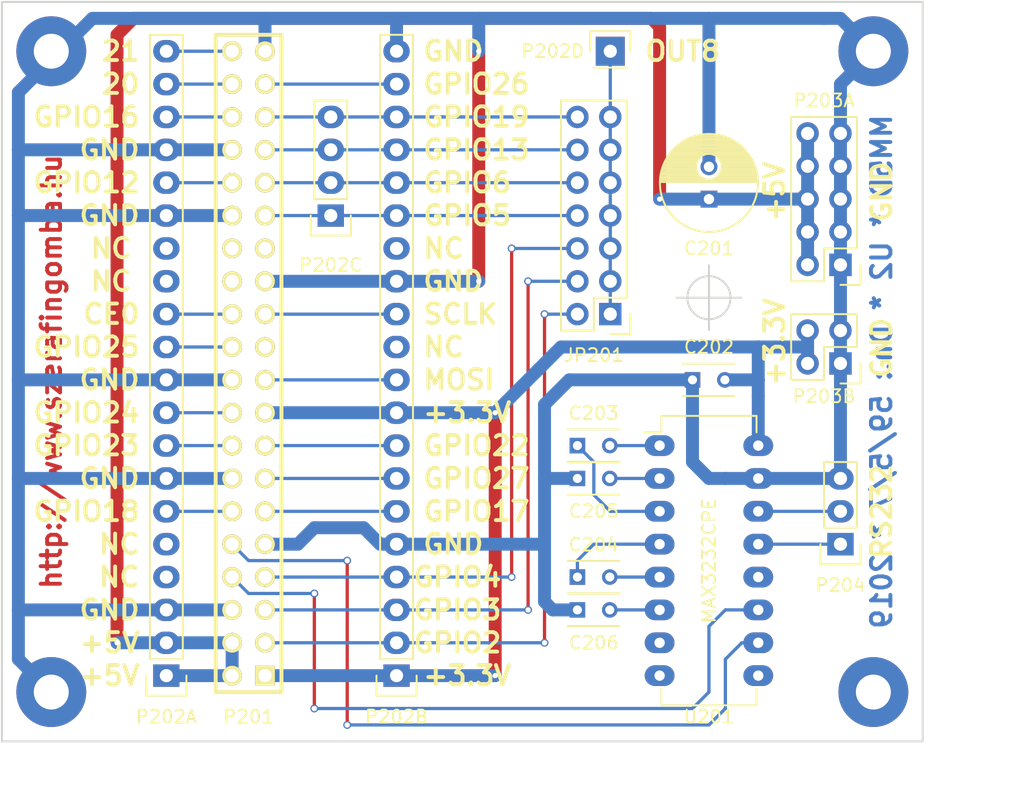
<source format=kicad_pcb>
(kicad_pcb (version 4) (host pcbnew 4.0.5+dfsg1-4)

  (general
    (links 0)
    (no_connects 0)
    (area 92.082857 63.16 183.109999 134.78)
    (thickness 1.6)
    (drawings 55)
    (tracks 175)
    (zones 0)
    (modules 20)
    (nets 1)
  )

  (page A4)
  (title_block
    (title "MM5D Growing house controlling and remote monitoring equip.")
    (date 2019-09-19)
    (rev 190919)
    (company "Pozsar Zsolt - http://www.szerafingomba.hu")
    (comment 1 "Unit U2")
    (comment 4 "Draw no.: 59/5/7")
  )

  (layers
    (0 F.Cu signal)
    (31 B.Cu signal)
    (32 B.Adhes user)
    (33 F.Adhes user)
    (34 B.Paste user)
    (35 F.Paste user)
    (36 B.SilkS user)
    (37 F.SilkS user)
    (38 B.Mask user)
    (39 F.Mask user)
    (40 Dwgs.User user)
    (41 Cmts.User user)
    (42 Eco1.User user)
    (43 Eco2.User user)
    (44 Edge.Cuts user)
    (45 Margin user)
    (46 B.CrtYd user)
    (47 F.CrtYd user)
    (48 B.Fab user)
    (49 F.Fab user)
  )

  (setup
    (last_trace_width 0.25)
    (user_trace_width 1)
    (trace_clearance 0.2)
    (zone_clearance 0.508)
    (zone_45_only no)
    (trace_min 0.2)
    (segment_width 0.2)
    (edge_width 0.15)
    (via_size 0.6)
    (via_drill 0.4)
    (via_min_size 0.4)
    (via_min_drill 0.3)
    (uvia_size 0.3)
    (uvia_drill 0.1)
    (uvias_allowed no)
    (uvia_min_size 0.2)
    (uvia_min_drill 0.1)
    (pcb_text_width 0.3)
    (pcb_text_size 1.5 1.5)
    (mod_edge_width 0.15)
    (mod_text_size 1 1)
    (mod_text_width 0.15)
    (pad_size 2.54 2.54)
    (pad_drill 0.8)
    (pad_to_mask_clearance 0.2)
    (aux_axis_origin 0 0)
    (visible_elements 7FFEFF7F)
    (pcbplotparams
      (layerselection 0x010e0_80000001)
      (usegerberextensions false)
      (excludeedgelayer false)
      (linewidth 0.150000)
      (plotframeref false)
      (viasonmask false)
      (mode 1)
      (useauxorigin false)
      (hpglpennumber 1)
      (hpglpenspeed 20)
      (hpglpendiameter 15)
      (hpglpenoverlay 2)
      (psnegative false)
      (psa4output false)
      (plotreference true)
      (plotvalue true)
      (plotinvisibletext false)
      (padsonsilk false)
      (subtractmaskfromsilk false)
      (outputformat 1)
      (mirror false)
      (drillshape 0)
      (scaleselection 1)
      (outputdirectory ""))
  )

  (net 0 "")

  (net_class Default "This is the default net class."
    (clearance 0.2)
    (trace_width 0.25)
    (via_dia 0.6)
    (via_drill 0.4)
    (uvia_dia 0.3)
    (uvia_drill 0.1)
  )

  (module Mounting_Holes:MountingHole_2.7mm_M2.5_Pad (layer F.Cu) (tedit 5D986516) (tstamp 5D95109B)
    (at 167.64 74.93)
    (descr "Mounting Hole 2.7mm, M2.5")
    (tags "mounting hole 2.7mm m2.5")
    (fp_text reference REF** (at 0 -6.35) (layer F.SilkS) hide
      (effects (font (size 1 1) (thickness 0.15)))
    )
    (fp_text value MountingHole_2.7mm_M2.5_Pad (at 0 -8.89) (layer F.Fab) hide
      (effects (font (size 1 1) (thickness 0.15)))
    )
    (fp_circle (center 0 0) (end 2.7 0) (layer Cmts.User) (width 0.15))
    (fp_circle (center 0 0) (end 2.95 0) (layer F.CrtYd) (width 0.05))
    (pad 1 thru_hole circle (at 0 0) (size 5.4 5.4) (drill 2.7) (layers *.Cu *.Mask))
  )

  (module Mounting_Holes:MountingHole_2.7mm_M2.5_Pad (layer F.Cu) (tedit 5D9864FF) (tstamp 5D951091)
    (at 104.14 74.93)
    (descr "Mounting Hole 2.7mm, M2.5")
    (tags "mounting hole 2.7mm m2.5")
    (fp_text reference REF** (at 0 -6.35) (layer F.SilkS) hide
      (effects (font (size 1 1) (thickness 0.15)))
    )
    (fp_text value MountingHole_2.7mm_M2.5_Pad (at 0 -8.89) (layer F.Fab) hide
      (effects (font (size 1 1) (thickness 0.15)))
    )
    (fp_circle (center 0 0) (end 2.7 0) (layer Cmts.User) (width 0.15))
    (fp_circle (center 0 0) (end 2.95 0) (layer F.CrtYd) (width 0.05))
    (pad 1 thru_hole circle (at 0 0) (size 5.4 5.4) (drill 2.7) (layers *.Cu *.Mask))
  )

  (module Mounting_Holes:MountingHole_2.7mm_M2.5_Pad (layer F.Cu) (tedit 5D98654C) (tstamp 5D9510AB)
    (at 167.64 124.46)
    (descr "Mounting Hole 2.7mm, M2.5")
    (tags "mounting hole 2.7mm m2.5")
    (fp_text reference REF** (at 0 5.715) (layer F.SilkS) hide
      (effects (font (size 1 1) (thickness 0.15)))
    )
    (fp_text value MountingHole_2.7mm_M2.5_Pad (at 0 8.255) (layer F.Fab) hide
      (effects (font (size 1 1) (thickness 0.15)))
    )
    (fp_circle (center 0 0) (end 2.7 0) (layer Cmts.User) (width 0.15))
    (fp_circle (center 0 0) (end 2.95 0) (layer F.CrtYd) (width 0.05))
    (pad 1 thru_hole circle (at 0 0) (size 5.4 5.4) (drill 2.7) (layers *.Cu *.Mask))
  )

  (module Mounting_Holes:MountingHole_2.7mm_M2.5_Pad (layer F.Cu) (tedit 5D98949B) (tstamp 5D9510B8)
    (at 104.14 124.46)
    (descr "Mounting Hole 2.7mm, M2.5")
    (tags "mounting hole 2.7mm m2.5")
    (fp_text reference REF** (at 0 5.715) (layer F.SilkS) hide
      (effects (font (size 1 1) (thickness 0.15)))
    )
    (fp_text value MountingHole_2.7mm_M2.5_Pad (at 0.635 8.255) (layer F.Fab) hide
      (effects (font (size 1 1) (thickness 0.15)))
    )
    (fp_circle (center 0 0) (end 2.7 0) (layer Cmts.User) (width 0.15))
    (fp_circle (center 0 0) (end 2.95 0) (layer F.CrtYd) (width 0.05))
    (pad 1 thru_hole circle (at 0 0) (size 5.4 5.4) (drill 2.7) (layers *.Cu *.Mask))
  )

  (module Connectors:conn2X20 (layer F.Cu) (tedit 5D989498) (tstamp 5D953809)
    (at 119.38 99.06 90)
    (descr "Double rangee de contacts 2 x 12 pins")
    (tags CONN)
    (fp_text reference P201 (at -27.305 0 180) (layer F.SilkS)
      (effects (font (size 1.016 1.016) (thickness 0.15)))
    )
    (fp_text value PIN_ARRAY_20X2 (at -33.655 15.24 180) (layer F.SilkS) hide
      (effects (font (size 1.016 1.016) (thickness 0.2032)))
    )
    (fp_line (start 25.4 2.54) (end -25.4 2.54) (layer F.SilkS) (width 0.3048))
    (fp_line (start 25.4 -2.54) (end -25.4 -2.54) (layer F.SilkS) (width 0.3048))
    (fp_line (start 25.4 -2.54) (end 25.4 2.54) (layer F.SilkS) (width 0.3048))
    (fp_line (start -25.4 -2.54) (end -25.4 2.54) (layer F.SilkS) (width 0.3048))
    (pad 1 thru_hole rect (at -24.13 1.27 90) (size 1.524 1.524) (drill 1.016) (layers *.Cu *.Mask F.SilkS))
    (pad 2 thru_hole circle (at -24.13 -1.27 90) (size 1.524 1.524) (drill 1.016) (layers *.Cu *.Mask F.SilkS))
    (pad 11 thru_hole circle (at -11.43 1.27 90) (size 1.524 1.524) (drill 1.016) (layers *.Cu *.Mask F.SilkS))
    (pad 4 thru_hole circle (at -21.59 -1.27 90) (size 1.524 1.524) (drill 1.016) (layers *.Cu *.Mask F.SilkS))
    (pad 13 thru_hole circle (at -8.89 1.27 90) (size 1.524 1.524) (drill 1.016) (layers *.Cu *.Mask F.SilkS))
    (pad 6 thru_hole circle (at -19.05 -1.27 90) (size 1.524 1.524) (drill 1.016) (layers *.Cu *.Mask F.SilkS))
    (pad 15 thru_hole circle (at -6.35 1.27 90) (size 1.524 1.524) (drill 1.016) (layers *.Cu *.Mask F.SilkS))
    (pad 8 thru_hole circle (at -16.51 -1.27 90) (size 1.524 1.524) (drill 1.016) (layers *.Cu *.Mask F.SilkS))
    (pad 17 thru_hole circle (at -3.81 1.27 90) (size 1.524 1.524) (drill 1.016) (layers *.Cu *.Mask F.SilkS))
    (pad 10 thru_hole circle (at -13.97 -1.27 90) (size 1.524 1.524) (drill 1.016) (layers *.Cu *.Mask F.SilkS))
    (pad 19 thru_hole circle (at -1.27 1.27 90) (size 1.524 1.524) (drill 1.016) (layers *.Cu *.Mask F.SilkS))
    (pad 12 thru_hole circle (at -11.43 -1.27 90) (size 1.524 1.524) (drill 1.016) (layers *.Cu *.Mask F.SilkS))
    (pad 21 thru_hole circle (at 1.27 1.27 90) (size 1.524 1.524) (drill 1.016) (layers *.Cu *.Mask F.SilkS))
    (pad 14 thru_hole circle (at -8.89 -1.27 90) (size 1.524 1.524) (drill 1.016) (layers *.Cu *.Mask F.SilkS))
    (pad 23 thru_hole circle (at 3.81 1.27 90) (size 1.524 1.524) (drill 1.016) (layers *.Cu *.Mask F.SilkS))
    (pad 16 thru_hole circle (at -6.35 -1.27 90) (size 1.524 1.524) (drill 1.016) (layers *.Cu *.Mask F.SilkS))
    (pad 25 thru_hole circle (at 6.35 1.27 90) (size 1.524 1.524) (drill 1.016) (layers *.Cu *.Mask F.SilkS))
    (pad 18 thru_hole circle (at -3.81 -1.27 90) (size 1.524 1.524) (drill 1.016) (layers *.Cu *.Mask F.SilkS))
    (pad 27 thru_hole circle (at 8.89 1.27 90) (size 1.524 1.524) (drill 1.016) (layers *.Cu *.Mask F.SilkS))
    (pad 20 thru_hole circle (at -1.27 -1.27 90) (size 1.524 1.524) (drill 1.016) (layers *.Cu *.Mask F.SilkS))
    (pad 29 thru_hole circle (at 11.43 1.27 90) (size 1.524 1.524) (drill 1.016) (layers *.Cu *.Mask F.SilkS))
    (pad 22 thru_hole circle (at 1.27 -1.27 90) (size 1.524 1.524) (drill 1.016) (layers *.Cu *.Mask F.SilkS))
    (pad 31 thru_hole circle (at 13.97 1.27 90) (size 1.524 1.524) (drill 1.016) (layers *.Cu *.Mask F.SilkS))
    (pad 24 thru_hole circle (at 3.81 -1.27 90) (size 1.524 1.524) (drill 1.016) (layers *.Cu *.Mask F.SilkS))
    (pad 26 thru_hole circle (at 6.35 -1.27 90) (size 1.524 1.524) (drill 1.016) (layers *.Cu *.Mask F.SilkS))
    (pad 33 thru_hole circle (at 16.51 1.27 90) (size 1.524 1.524) (drill 1.016) (layers *.Cu *.Mask F.SilkS))
    (pad 28 thru_hole circle (at 8.89 -1.27 90) (size 1.524 1.524) (drill 1.016) (layers *.Cu *.Mask F.SilkS))
    (pad 32 thru_hole circle (at 13.97 -1.27 90) (size 1.524 1.524) (drill 1.016) (layers *.Cu *.Mask F.SilkS))
    (pad 34 thru_hole circle (at 16.51 -1.27 90) (size 1.524 1.524) (drill 1.016) (layers *.Cu *.Mask F.SilkS))
    (pad 36 thru_hole circle (at 19.05 -1.27 90) (size 1.524 1.524) (drill 1.016) (layers *.Cu *.Mask F.SilkS))
    (pad 38 thru_hole circle (at 21.59 -1.27 90) (size 1.524 1.524) (drill 1.016) (layers *.Cu *.Mask F.SilkS))
    (pad 35 thru_hole circle (at 19.05 1.27 90) (size 1.524 1.524) (drill 1.016) (layers *.Cu *.Mask F.SilkS))
    (pad 37 thru_hole circle (at 21.59 1.27 90) (size 1.524 1.524) (drill 1.016) (layers *.Cu *.Mask F.SilkS))
    (pad 3 thru_hole circle (at -21.59 1.27 90) (size 1.524 1.524) (drill 1.016) (layers *.Cu *.Mask F.SilkS))
    (pad 5 thru_hole circle (at -19.05 1.27 90) (size 1.524 1.524) (drill 1.016) (layers *.Cu *.Mask F.SilkS))
    (pad 7 thru_hole circle (at -16.51 1.27 90) (size 1.524 1.524) (drill 1.016) (layers *.Cu *.Mask F.SilkS))
    (pad 9 thru_hole circle (at -13.97 1.27 90) (size 1.524 1.524) (drill 1.016) (layers *.Cu *.Mask F.SilkS))
    (pad 39 thru_hole circle (at 24.13 1.27 90) (size 1.524 1.524) (drill 1.016) (layers *.Cu *.Mask F.SilkS))
    (pad 40 thru_hole circle (at 24.13 -1.27 90) (size 1.524 1.524) (drill 1.016) (layers *.Cu *.Mask F.SilkS))
    (pad 30 thru_hole circle (at 11.43 -1.27 90) (size 1.524 1.524) (drill 1.016) (layers *.Cu *.Mask F.SilkS))
    (model pin_array/pins_array_20x2.wrl
      (at (xyz 0 0 0))
      (scale (xyz 1 1 1))
      (rotate (xyz 0 0 0))
    )
  )

  (module Pin_Headers:Pin_Header_Straight_1x20 (layer F.Cu) (tedit 5D98949C) (tstamp 5D95BCC8)
    (at 113.03 123.19 180)
    (descr "Through hole pin header")
    (tags "pin header")
    (fp_text reference P202A (at 0 -3.175 180) (layer F.SilkS)
      (effects (font (size 1 1) (thickness 0.15)))
    )
    (fp_text value Pin_Header_Straight_1x20 (at -11.43 -9.525 180) (layer F.Fab) hide
      (effects (font (size 1 1) (thickness 0.15)))
    )
    (fp_line (start -1.75 -1.75) (end -1.75 50.05) (layer F.CrtYd) (width 0.05))
    (fp_line (start 1.75 -1.75) (end 1.75 50.05) (layer F.CrtYd) (width 0.05))
    (fp_line (start -1.75 -1.75) (end 1.75 -1.75) (layer F.CrtYd) (width 0.05))
    (fp_line (start -1.75 50.05) (end 1.75 50.05) (layer F.CrtYd) (width 0.05))
    (fp_line (start 1.27 1.27) (end 1.27 49.53) (layer F.SilkS) (width 0.15))
    (fp_line (start 1.27 49.53) (end -1.27 49.53) (layer F.SilkS) (width 0.15))
    (fp_line (start -1.27 49.53) (end -1.27 1.27) (layer F.SilkS) (width 0.15))
    (fp_line (start 1.55 -1.55) (end 1.55 0) (layer F.SilkS) (width 0.15))
    (fp_line (start 1.27 1.27) (end -1.27 1.27) (layer F.SilkS) (width 0.15))
    (fp_line (start -1.55 0) (end -1.55 -1.55) (layer F.SilkS) (width 0.15))
    (fp_line (start -1.55 -1.55) (end 1.55 -1.55) (layer F.SilkS) (width 0.15))
    (pad 1 thru_hole rect (at 0 0 180) (size 2.032 1.7272) (drill 1.016) (layers *.Cu *.Mask))
    (pad 2 thru_hole oval (at 0 2.54 180) (size 2.032 1.7272) (drill 1.016) (layers *.Cu *.Mask))
    (pad 3 thru_hole oval (at 0 5.08 180) (size 2.032 1.7272) (drill 1.016) (layers *.Cu *.Mask))
    (pad 4 thru_hole oval (at 0 7.62 180) (size 2.032 1.7272) (drill 1.016) (layers *.Cu *.Mask))
    (pad 5 thru_hole oval (at 0 10.16 180) (size 2.032 1.7272) (drill 1.016) (layers *.Cu *.Mask))
    (pad 6 thru_hole oval (at 0 12.7 180) (size 2.032 1.7272) (drill 1.016) (layers *.Cu *.Mask))
    (pad 7 thru_hole oval (at 0 15.24 180) (size 2.032 1.7272) (drill 1.016) (layers *.Cu *.Mask))
    (pad 8 thru_hole oval (at 0 17.78 180) (size 2.032 1.7272) (drill 1.016) (layers *.Cu *.Mask))
    (pad 9 thru_hole oval (at 0 20.32 180) (size 2.032 1.7272) (drill 1.016) (layers *.Cu *.Mask))
    (pad 10 thru_hole oval (at 0 22.86 180) (size 2.032 1.7272) (drill 1.016) (layers *.Cu *.Mask))
    (pad 11 thru_hole oval (at 0 25.4 180) (size 2.032 1.7272) (drill 1.016) (layers *.Cu *.Mask))
    (pad 12 thru_hole oval (at 0 27.94 180) (size 2.032 1.7272) (drill 1.016) (layers *.Cu *.Mask))
    (pad 13 thru_hole oval (at 0 30.48 180) (size 2.032 1.7272) (drill 1.016) (layers *.Cu *.Mask))
    (pad 14 thru_hole oval (at 0 33.02 180) (size 2.032 1.7272) (drill 1.016) (layers *.Cu *.Mask))
    (pad 15 thru_hole oval (at 0 35.56 180) (size 2.032 1.7272) (drill 1.016) (layers *.Cu *.Mask))
    (pad 16 thru_hole oval (at 0 38.1 180) (size 2.032 1.7272) (drill 1.016) (layers *.Cu *.Mask))
    (pad 17 thru_hole oval (at 0 40.64 180) (size 2.032 1.7272) (drill 1.016) (layers *.Cu *.Mask))
    (pad 18 thru_hole oval (at 0 43.18 180) (size 2.032 1.7272) (drill 1.016) (layers *.Cu *.Mask))
    (pad 19 thru_hole oval (at 0 45.72 180) (size 2.032 1.7272) (drill 1.016) (layers *.Cu *.Mask))
    (pad 20 thru_hole oval (at 0 48.26 180) (size 2.032 1.7272) (drill 1.016) (layers *.Cu *.Mask))
    (model Pin_Headers.3dshapes/Pin_Header_Straight_1x20.wrl
      (at (xyz 0 -0.95 0))
      (scale (xyz 1 1 1))
      (rotate (xyz 0 0 90))
    )
  )

  (module Pin_Headers:Pin_Header_Straight_1x20 (layer F.Cu) (tedit 5D989497) (tstamp 5D95BD85)
    (at 130.81 123.19 180)
    (descr "Through hole pin header")
    (tags "pin header")
    (fp_text reference P202B (at 0 -3.175 180) (layer F.SilkS)
      (effects (font (size 1 1) (thickness 0.15)))
    )
    (fp_text value Pin_Header_Straight_1x20 (at -19.05 -9.525 180) (layer F.Fab) hide
      (effects (font (size 1 1) (thickness 0.15)))
    )
    (fp_line (start -1.75 -1.75) (end -1.75 50.05) (layer F.CrtYd) (width 0.05))
    (fp_line (start 1.75 -1.75) (end 1.75 50.05) (layer F.CrtYd) (width 0.05))
    (fp_line (start -1.75 -1.75) (end 1.75 -1.75) (layer F.CrtYd) (width 0.05))
    (fp_line (start -1.75 50.05) (end 1.75 50.05) (layer F.CrtYd) (width 0.05))
    (fp_line (start 1.27 1.27) (end 1.27 49.53) (layer F.SilkS) (width 0.15))
    (fp_line (start 1.27 49.53) (end -1.27 49.53) (layer F.SilkS) (width 0.15))
    (fp_line (start -1.27 49.53) (end -1.27 1.27) (layer F.SilkS) (width 0.15))
    (fp_line (start 1.55 -1.55) (end 1.55 0) (layer F.SilkS) (width 0.15))
    (fp_line (start 1.27 1.27) (end -1.27 1.27) (layer F.SilkS) (width 0.15))
    (fp_line (start -1.55 0) (end -1.55 -1.55) (layer F.SilkS) (width 0.15))
    (fp_line (start -1.55 -1.55) (end 1.55 -1.55) (layer F.SilkS) (width 0.15))
    (pad 1 thru_hole rect (at 0 0 180) (size 2.032 1.7272) (drill 1.016) (layers *.Cu *.Mask))
    (pad 2 thru_hole oval (at 0 2.54 180) (size 2.032 1.7272) (drill 1.016) (layers *.Cu *.Mask))
    (pad 3 thru_hole oval (at 0 5.08 180) (size 2.032 1.7272) (drill 1.016) (layers *.Cu *.Mask))
    (pad 4 thru_hole oval (at 0 7.62 180) (size 2.032 1.7272) (drill 1.016) (layers *.Cu *.Mask))
    (pad 5 thru_hole oval (at 0 10.16 180) (size 2.032 1.7272) (drill 1.016) (layers *.Cu *.Mask))
    (pad 6 thru_hole oval (at 0 12.7 180) (size 2.032 1.7272) (drill 1.016) (layers *.Cu *.Mask))
    (pad 7 thru_hole oval (at 0 15.24 180) (size 2.032 1.7272) (drill 1.016) (layers *.Cu *.Mask))
    (pad 8 thru_hole oval (at 0 17.78 180) (size 2.032 1.7272) (drill 1.016) (layers *.Cu *.Mask))
    (pad 9 thru_hole oval (at 0 20.32 180) (size 2.032 1.7272) (drill 1.016) (layers *.Cu *.Mask))
    (pad 10 thru_hole oval (at 0 22.86 180) (size 2.032 1.7272) (drill 1.016) (layers *.Cu *.Mask))
    (pad 11 thru_hole oval (at 0 25.4 180) (size 2.032 1.7272) (drill 1.016) (layers *.Cu *.Mask))
    (pad 12 thru_hole oval (at 0 27.94 180) (size 2.032 1.7272) (drill 1.016) (layers *.Cu *.Mask))
    (pad 13 thru_hole oval (at 0 30.48 180) (size 2.032 1.7272) (drill 1.016) (layers *.Cu *.Mask))
    (pad 14 thru_hole oval (at 0 33.02 180) (size 2.032 1.7272) (drill 1.016) (layers *.Cu *.Mask))
    (pad 15 thru_hole oval (at 0 35.56 180) (size 2.032 1.7272) (drill 1.016) (layers *.Cu *.Mask))
    (pad 16 thru_hole oval (at 0 38.1 180) (size 2.032 1.7272) (drill 1.016) (layers *.Cu *.Mask))
    (pad 17 thru_hole oval (at 0 40.64 180) (size 2.032 1.7272) (drill 1.016) (layers *.Cu *.Mask))
    (pad 18 thru_hole oval (at 0 43.18 180) (size 2.032 1.7272) (drill 1.016) (layers *.Cu *.Mask))
    (pad 19 thru_hole oval (at 0 45.72 180) (size 2.032 1.7272) (drill 1.016) (layers *.Cu *.Mask))
    (pad 20 thru_hole oval (at 0 48.26 180) (size 2.032 1.7272) (drill 1.016) (layers *.Cu *.Mask))
    (model Pin_Headers.3dshapes/Pin_Header_Straight_1x20.wrl
      (at (xyz 0 -0.95 0))
      (scale (xyz 1 1 1))
      (rotate (xyz 0 0 90))
    )
  )

  (module Pin_Headers:Pin_Header_Straight_1x04 (layer F.Cu) (tedit 5D989330) (tstamp 5D96295A)
    (at 125.73 87.63 180)
    (descr "Through hole pin header")
    (tags "pin header")
    (fp_text reference P202C (at 0 -3.81 180) (layer F.SilkS)
      (effects (font (size 1 1) (thickness 0.15)))
    )
    (fp_text value Pin_Header_Straight_1x04 (at 0 21.59 360) (layer F.Fab) hide
      (effects (font (size 1 1) (thickness 0.15)))
    )
    (fp_line (start -1.75 -1.75) (end -1.75 9.4) (layer F.CrtYd) (width 0.05))
    (fp_line (start 1.75 -1.75) (end 1.75 9.4) (layer F.CrtYd) (width 0.05))
    (fp_line (start -1.75 -1.75) (end 1.75 -1.75) (layer F.CrtYd) (width 0.05))
    (fp_line (start -1.75 9.4) (end 1.75 9.4) (layer F.CrtYd) (width 0.05))
    (fp_line (start -1.27 1.27) (end -1.27 8.89) (layer F.SilkS) (width 0.15))
    (fp_line (start 1.27 1.27) (end 1.27 8.89) (layer F.SilkS) (width 0.15))
    (fp_line (start 1.55 -1.55) (end 1.55 0) (layer F.SilkS) (width 0.15))
    (fp_line (start -1.27 8.89) (end 1.27 8.89) (layer F.SilkS) (width 0.15))
    (fp_line (start 1.27 1.27) (end -1.27 1.27) (layer F.SilkS) (width 0.15))
    (fp_line (start -1.55 0) (end -1.55 -1.55) (layer F.SilkS) (width 0.15))
    (fp_line (start -1.55 -1.55) (end 1.55 -1.55) (layer F.SilkS) (width 0.15))
    (pad 1 thru_hole rect (at 0 0 180) (size 2.032 1.7272) (drill 1.016) (layers *.Cu *.Mask))
    (pad 2 thru_hole oval (at 0 2.54 180) (size 2.032 1.7272) (drill 1.016) (layers *.Cu *.Mask))
    (pad 3 thru_hole oval (at 0 5.08 180) (size 2.032 1.7272) (drill 1.016) (layers *.Cu *.Mask))
    (pad 4 thru_hole oval (at 0 7.62 180) (size 2.032 1.7272) (drill 1.016) (layers *.Cu *.Mask))
    (model Pin_Headers.3dshapes/Pin_Header_Straight_1x04.wrl
      (at (xyz 0 -0.15 0))
      (scale (xyz 1 1 1))
      (rotate (xyz 0 0 90))
    )
  )

  (module Housings_DIP:DIP-16_W7.62mm_LongPads (layer F.Cu) (tedit 5D98953F) (tstamp 5D925600)
    (at 151.13 105.41)
    (descr "16-lead dip package, row spacing 7.62 mm (300 mils), longer pads")
    (tags "dil dip 2.54 300")
    (fp_text reference U201 (at 3.81 20.955 180) (layer F.SilkS)
      (effects (font (size 1 1) (thickness 0.15)))
    )
    (fp_text value MAX3232CPE (at 3.81 8.89 90) (layer F.SilkS)
      (effects (font (size 1 1) (thickness 0.15)))
    )
    (fp_line (start -1.4 -2.45) (end -1.4 20.25) (layer F.CrtYd) (width 0.05))
    (fp_line (start 9 -2.45) (end 9 20.25) (layer F.CrtYd) (width 0.05))
    (fp_line (start -1.4 -2.45) (end 9 -2.45) (layer F.CrtYd) (width 0.05))
    (fp_line (start -1.4 20.25) (end 9 20.25) (layer F.CrtYd) (width 0.05))
    (fp_line (start 0.135 -2.295) (end 0.135 -1.025) (layer F.SilkS) (width 0.15))
    (fp_line (start 7.485 -2.295) (end 7.485 -1.025) (layer F.SilkS) (width 0.15))
    (fp_line (start 7.485 20.075) (end 7.485 18.805) (layer F.SilkS) (width 0.15))
    (fp_line (start 0.135 20.075) (end 0.135 18.805) (layer F.SilkS) (width 0.15))
    (fp_line (start 0.135 -2.295) (end 7.485 -2.295) (layer F.SilkS) (width 0.15))
    (fp_line (start 0.135 20.075) (end 7.485 20.075) (layer F.SilkS) (width 0.15))
    (fp_line (start 0.135 -1.025) (end -1.15 -1.025) (layer F.SilkS) (width 0.15))
    (pad 1 thru_hole oval (at 0 0) (size 2.3 1.6) (drill 0.8) (layers *.Cu *.Mask))
    (pad 2 thru_hole oval (at 0 2.54) (size 2.3 1.6) (drill 0.8) (layers *.Cu *.Mask))
    (pad 3 thru_hole oval (at 0 5.08) (size 2.3 1.6) (drill 0.8) (layers *.Cu *.Mask))
    (pad 4 thru_hole oval (at 0 7.62) (size 2.3 1.6) (drill 0.8) (layers *.Cu *.Mask))
    (pad 5 thru_hole oval (at 0 10.16) (size 2.3 1.6) (drill 0.8) (layers *.Cu *.Mask))
    (pad 6 thru_hole oval (at 0 12.7) (size 2.3 1.6) (drill 0.8) (layers *.Cu *.Mask))
    (pad 7 thru_hole oval (at 0 15.24) (size 2.3 1.6) (drill 0.8) (layers *.Cu *.Mask))
    (pad 8 thru_hole oval (at 0 17.78) (size 2.3 1.6) (drill 0.8) (layers *.Cu *.Mask))
    (pad 9 thru_hole oval (at 7.62 17.78) (size 2.3 1.6) (drill 0.8) (layers *.Cu *.Mask))
    (pad 10 thru_hole oval (at 7.62 15.24) (size 2.3 1.6) (drill 0.8) (layers *.Cu *.Mask))
    (pad 11 thru_hole oval (at 7.62 12.7) (size 2.3 1.6) (drill 0.8) (layers *.Cu *.Mask))
    (pad 12 thru_hole oval (at 7.62 10.16) (size 2.3 1.6) (drill 0.8) (layers *.Cu *.Mask))
    (pad 13 thru_hole oval (at 7.62 7.62) (size 2.3 1.6) (drill 0.8) (layers *.Cu *.Mask))
    (pad 14 thru_hole oval (at 7.62 5.08) (size 2.3 1.6) (drill 0.8) (layers *.Cu *.Mask))
    (pad 15 thru_hole oval (at 7.62 2.54) (size 2.3 1.6) (drill 0.8) (layers *.Cu *.Mask))
    (pad 16 thru_hole oval (at 7.62 0) (size 2.3 1.6) (drill 0.8) (layers *.Cu *.Mask))
    (model Housings_DIP.3dshapes/DIP-16_W7.62mm_LongPads.wrl
      (at (xyz 0 0 0))
      (scale (xyz 1 1 1))
      (rotate (xyz 0 0 0))
    )
  )

  (module Capacitors_THT:C_Radial_D7.5_L11.2_P2.5 (layer F.Cu) (tedit 5D989028) (tstamp 5D92683F)
    (at 154.94 86.36 90)
    (descr "Radial Electrolytic Capacitor Diameter 7.5mm x Length 11.2mm, Pitch 2.5mm")
    (tags "Electrolytic Capacitor")
    (fp_text reference C201 (at -3.81 0 180) (layer F.SilkS)
      (effects (font (size 1 1) (thickness 0.15)))
    )
    (fp_text value 100u (at 2.54 0 180) (layer F.Fab) hide
      (effects (font (size 1 1) (thickness 0.15)))
    )
    (fp_line (start 1.325 -3.749) (end 1.325 3.749) (layer F.SilkS) (width 0.15))
    (fp_line (start 1.465 -3.744) (end 1.465 3.744) (layer F.SilkS) (width 0.15))
    (fp_line (start 1.605 -3.733) (end 1.605 -0.446) (layer F.SilkS) (width 0.15))
    (fp_line (start 1.605 0.446) (end 1.605 3.733) (layer F.SilkS) (width 0.15))
    (fp_line (start 1.745 -3.717) (end 1.745 -0.656) (layer F.SilkS) (width 0.15))
    (fp_line (start 1.745 0.656) (end 1.745 3.717) (layer F.SilkS) (width 0.15))
    (fp_line (start 1.885 -3.696) (end 1.885 -0.789) (layer F.SilkS) (width 0.15))
    (fp_line (start 1.885 0.789) (end 1.885 3.696) (layer F.SilkS) (width 0.15))
    (fp_line (start 2.025 -3.669) (end 2.025 -0.88) (layer F.SilkS) (width 0.15))
    (fp_line (start 2.025 0.88) (end 2.025 3.669) (layer F.SilkS) (width 0.15))
    (fp_line (start 2.165 -3.637) (end 2.165 -0.942) (layer F.SilkS) (width 0.15))
    (fp_line (start 2.165 0.942) (end 2.165 3.637) (layer F.SilkS) (width 0.15))
    (fp_line (start 2.305 -3.599) (end 2.305 -0.981) (layer F.SilkS) (width 0.15))
    (fp_line (start 2.305 0.981) (end 2.305 3.599) (layer F.SilkS) (width 0.15))
    (fp_line (start 2.445 -3.555) (end 2.445 -0.998) (layer F.SilkS) (width 0.15))
    (fp_line (start 2.445 0.998) (end 2.445 3.555) (layer F.SilkS) (width 0.15))
    (fp_line (start 2.585 -3.504) (end 2.585 -0.996) (layer F.SilkS) (width 0.15))
    (fp_line (start 2.585 0.996) (end 2.585 3.504) (layer F.SilkS) (width 0.15))
    (fp_line (start 2.725 -3.448) (end 2.725 -0.974) (layer F.SilkS) (width 0.15))
    (fp_line (start 2.725 0.974) (end 2.725 3.448) (layer F.SilkS) (width 0.15))
    (fp_line (start 2.865 -3.384) (end 2.865 -0.931) (layer F.SilkS) (width 0.15))
    (fp_line (start 2.865 0.931) (end 2.865 3.384) (layer F.SilkS) (width 0.15))
    (fp_line (start 3.005 -3.314) (end 3.005 -0.863) (layer F.SilkS) (width 0.15))
    (fp_line (start 3.005 0.863) (end 3.005 3.314) (layer F.SilkS) (width 0.15))
    (fp_line (start 3.145 -3.236) (end 3.145 -0.764) (layer F.SilkS) (width 0.15))
    (fp_line (start 3.145 0.764) (end 3.145 3.236) (layer F.SilkS) (width 0.15))
    (fp_line (start 3.285 -3.15) (end 3.285 -0.619) (layer F.SilkS) (width 0.15))
    (fp_line (start 3.285 0.619) (end 3.285 3.15) (layer F.SilkS) (width 0.15))
    (fp_line (start 3.425 -3.055) (end 3.425 -0.38) (layer F.SilkS) (width 0.15))
    (fp_line (start 3.425 0.38) (end 3.425 3.055) (layer F.SilkS) (width 0.15))
    (fp_line (start 3.565 -2.95) (end 3.565 2.95) (layer F.SilkS) (width 0.15))
    (fp_line (start 3.705 -2.835) (end 3.705 2.835) (layer F.SilkS) (width 0.15))
    (fp_line (start 3.845 -2.707) (end 3.845 2.707) (layer F.SilkS) (width 0.15))
    (fp_line (start 3.985 -2.566) (end 3.985 2.566) (layer F.SilkS) (width 0.15))
    (fp_line (start 4.125 -2.408) (end 4.125 2.408) (layer F.SilkS) (width 0.15))
    (fp_line (start 4.265 -2.23) (end 4.265 2.23) (layer F.SilkS) (width 0.15))
    (fp_line (start 4.405 -2.027) (end 4.405 2.027) (layer F.SilkS) (width 0.15))
    (fp_line (start 4.545 -1.79) (end 4.545 1.79) (layer F.SilkS) (width 0.15))
    (fp_line (start 4.685 -1.504) (end 4.685 1.504) (layer F.SilkS) (width 0.15))
    (fp_line (start 4.825 -1.132) (end 4.825 1.132) (layer F.SilkS) (width 0.15))
    (fp_line (start 4.965 -0.511) (end 4.965 0.511) (layer F.SilkS) (width 0.15))
    (fp_circle (center 2.5 0) (end 2.5 -1) (layer F.SilkS) (width 0.15))
    (fp_circle (center 1.25 0) (end 1.25 -3.7875) (layer F.SilkS) (width 0.15))
    (fp_circle (center 1.25 0) (end 1.25 -4.1) (layer F.CrtYd) (width 0.05))
    (pad 2 thru_hole circle (at 2.5 0 90) (size 1.3 1.3) (drill 0.8) (layers *.Cu *.Mask))
    (pad 1 thru_hole rect (at 0 0 90) (size 1.3 1.3) (drill 0.8) (layers *.Cu *.Mask))
    (model Capacitors_ThroughHole.3dshapes/C_Radial_D7.5_L11.2_P2.5.wrl
      (at (xyz 0 0 0))
      (scale (xyz 1 1 1))
      (rotate (xyz 0 0 0))
    )
  )

  (module Capacitors_THT:C_Rect_L4_W2.5_P2.5 (layer F.Cu) (tedit 5D9865AB) (tstamp 5D927E6C)
    (at 144.78 105.41)
    (descr "Film Capacitor Length 4mm x Width 2.5mm, Pitch 2.5mm")
    (tags Capacitor)
    (fp_text reference C203 (at 1.25 -2.5) (layer F.SilkS)
      (effects (font (size 1 1) (thickness 0.15)))
    )
    (fp_text value 100n (at 1.27 0) (layer F.Fab) hide
      (effects (font (size 1 1) (thickness 0.15)))
    )
    (fp_line (start -1 -1.5) (end 3.5 -1.5) (layer F.CrtYd) (width 0.05))
    (fp_line (start 3.5 -1.5) (end 3.5 1.5) (layer F.CrtYd) (width 0.05))
    (fp_line (start 3.5 1.5) (end -1 1.5) (layer F.CrtYd) (width 0.05))
    (fp_line (start -1 1.5) (end -1 -1.5) (layer F.CrtYd) (width 0.05))
    (fp_line (start -0.75 -1.25) (end 3.25 -1.25) (layer F.SilkS) (width 0.15))
    (fp_line (start -0.75 1.25) (end 3.25 1.25) (layer F.SilkS) (width 0.15))
    (pad 1 thru_hole rect (at 0 0) (size 1.2 1.2) (drill 0.7) (layers *.Cu *.Mask))
    (pad 2 thru_hole circle (at 2.5 0) (size 1.2 1.2) (drill 0.7) (layers *.Cu *.Mask))
  )

  (module Capacitors_THT:C_Rect_L4_W2.5_P2.5 (layer F.Cu) (tedit 5D9865B0) (tstamp 5D927E83)
    (at 153.67 100.33)
    (descr "Film Capacitor Length 4mm x Width 2.5mm, Pitch 2.5mm")
    (tags Capacitor)
    (fp_text reference C202 (at 1.27 -2.54 180) (layer F.SilkS)
      (effects (font (size 1 1) (thickness 0.15)))
    )
    (fp_text value 100n (at 1.27 0) (layer F.Fab) hide
      (effects (font (size 1 1) (thickness 0.15)))
    )
    (fp_line (start -1 -1.5) (end 3.5 -1.5) (layer F.CrtYd) (width 0.05))
    (fp_line (start 3.5 -1.5) (end 3.5 1.5) (layer F.CrtYd) (width 0.05))
    (fp_line (start 3.5 1.5) (end -1 1.5) (layer F.CrtYd) (width 0.05))
    (fp_line (start -1 1.5) (end -1 -1.5) (layer F.CrtYd) (width 0.05))
    (fp_line (start -0.75 -1.25) (end 3.25 -1.25) (layer F.SilkS) (width 0.15))
    (fp_line (start -0.75 1.25) (end 3.25 1.25) (layer F.SilkS) (width 0.15))
    (pad 1 thru_hole rect (at 0 0) (size 1.2 1.2) (drill 0.7) (layers *.Cu *.Mask))
    (pad 2 thru_hole circle (at 2.5 0) (size 1.2 1.2) (drill 0.7) (layers *.Cu *.Mask))
  )

  (module Capacitors_THT:C_Rect_L4_W2.5_P2.5 (layer F.Cu) (tedit 5D9865A4) (tstamp 5D927E9A)
    (at 144.78 115.57)
    (descr "Film Capacitor Length 4mm x Width 2.5mm, Pitch 2.5mm")
    (tags Capacitor)
    (fp_text reference C204 (at 1.25 -2.5) (layer F.SilkS)
      (effects (font (size 1 1) (thickness 0.15)))
    )
    (fp_text value 100n (at 1.27 0) (layer F.Fab) hide
      (effects (font (size 1 1) (thickness 0.15)))
    )
    (fp_line (start -1 -1.5) (end 3.5 -1.5) (layer F.CrtYd) (width 0.05))
    (fp_line (start 3.5 -1.5) (end 3.5 1.5) (layer F.CrtYd) (width 0.05))
    (fp_line (start 3.5 1.5) (end -1 1.5) (layer F.CrtYd) (width 0.05))
    (fp_line (start -1 1.5) (end -1 -1.5) (layer F.CrtYd) (width 0.05))
    (fp_line (start -0.75 -1.25) (end 3.25 -1.25) (layer F.SilkS) (width 0.15))
    (fp_line (start -0.75 1.25) (end 3.25 1.25) (layer F.SilkS) (width 0.15))
    (pad 1 thru_hole rect (at 0 0) (size 1.2 1.2) (drill 0.7) (layers *.Cu *.Mask))
    (pad 2 thru_hole circle (at 2.5 0) (size 1.2 1.2) (drill 0.7) (layers *.Cu *.Mask))
  )

  (module Capacitors_THT:C_Rect_L4_W2.5_P2.5 (layer F.Cu) (tedit 5D9865A6) (tstamp 5D927EB1)
    (at 144.78 118.11)
    (descr "Film Capacitor Length 4mm x Width 2.5mm, Pitch 2.5mm")
    (tags Capacitor)
    (fp_text reference C206 (at 1.27 2.54) (layer F.SilkS)
      (effects (font (size 1 1) (thickness 0.15)))
    )
    (fp_text value 100n (at 1.27 0) (layer F.Fab) hide
      (effects (font (size 1 1) (thickness 0.15)))
    )
    (fp_line (start -1 -1.5) (end 3.5 -1.5) (layer F.CrtYd) (width 0.05))
    (fp_line (start 3.5 -1.5) (end 3.5 1.5) (layer F.CrtYd) (width 0.05))
    (fp_line (start 3.5 1.5) (end -1 1.5) (layer F.CrtYd) (width 0.05))
    (fp_line (start -1 1.5) (end -1 -1.5) (layer F.CrtYd) (width 0.05))
    (fp_line (start -0.75 -1.25) (end 3.25 -1.25) (layer F.SilkS) (width 0.15))
    (fp_line (start -0.75 1.25) (end 3.25 1.25) (layer F.SilkS) (width 0.15))
    (pad 1 thru_hole rect (at 0 0) (size 1.2 1.2) (drill 0.7) (layers *.Cu *.Mask))
    (pad 2 thru_hole circle (at 2.5 0) (size 1.2 1.2) (drill 0.7) (layers *.Cu *.Mask))
  )

  (module Capacitors_THT:C_Rect_L4_W2.5_P2.5 (layer F.Cu) (tedit 5D9865A8) (tstamp 5D927EC8)
    (at 144.78 107.95)
    (descr "Film Capacitor Length 4mm x Width 2.5mm, Pitch 2.5mm")
    (tags Capacitor)
    (fp_text reference C205 (at 1.27 2.54) (layer F.SilkS)
      (effects (font (size 1 1) (thickness 0.15)))
    )
    (fp_text value 100n (at 1.27 0) (layer F.Fab) hide
      (effects (font (size 1 1) (thickness 0.15)))
    )
    (fp_line (start -1 -1.5) (end 3.5 -1.5) (layer F.CrtYd) (width 0.05))
    (fp_line (start 3.5 -1.5) (end 3.5 1.5) (layer F.CrtYd) (width 0.05))
    (fp_line (start 3.5 1.5) (end -1 1.5) (layer F.CrtYd) (width 0.05))
    (fp_line (start -1 1.5) (end -1 -1.5) (layer F.CrtYd) (width 0.05))
    (fp_line (start -0.75 -1.25) (end 3.25 -1.25) (layer F.SilkS) (width 0.15))
    (fp_line (start -0.75 1.25) (end 3.25 1.25) (layer F.SilkS) (width 0.15))
    (pad 1 thru_hole rect (at 0 0) (size 1.2 1.2) (drill 0.7) (layers *.Cu *.Mask))
    (pad 2 thru_hole circle (at 2.5 0) (size 1.2 1.2) (drill 0.7) (layers *.Cu *.Mask))
  )

  (module Pin_Headers:Pin_Header_Straight_1x03 (layer F.Cu) (tedit 5D989539) (tstamp 5D92F8CC)
    (at 165.1 113.03 180)
    (descr "Through hole pin header")
    (tags "pin header")
    (fp_text reference P204 (at 0 -3.175 360) (layer F.SilkS)
      (effects (font (size 1 1) (thickness 0.15)))
    )
    (fp_text value Pin_Header_Straight_1x03 (at -10.795 0 450) (layer F.Fab) hide
      (effects (font (size 1 1) (thickness 0.15)))
    )
    (fp_line (start -1.75 -1.75) (end -1.75 6.85) (layer F.CrtYd) (width 0.05))
    (fp_line (start 1.75 -1.75) (end 1.75 6.85) (layer F.CrtYd) (width 0.05))
    (fp_line (start -1.75 -1.75) (end 1.75 -1.75) (layer F.CrtYd) (width 0.05))
    (fp_line (start -1.75 6.85) (end 1.75 6.85) (layer F.CrtYd) (width 0.05))
    (fp_line (start -1.27 1.27) (end -1.27 6.35) (layer F.SilkS) (width 0.15))
    (fp_line (start -1.27 6.35) (end 1.27 6.35) (layer F.SilkS) (width 0.15))
    (fp_line (start 1.27 6.35) (end 1.27 1.27) (layer F.SilkS) (width 0.15))
    (fp_line (start 1.55 -1.55) (end 1.55 0) (layer F.SilkS) (width 0.15))
    (fp_line (start 1.27 1.27) (end -1.27 1.27) (layer F.SilkS) (width 0.15))
    (fp_line (start -1.55 0) (end -1.55 -1.55) (layer F.SilkS) (width 0.15))
    (fp_line (start -1.55 -1.55) (end 1.55 -1.55) (layer F.SilkS) (width 0.15))
    (pad 1 thru_hole rect (at 0 0 180) (size 2.032 1.7272) (drill 1.016) (layers *.Cu *.Mask))
    (pad 2 thru_hole oval (at 0 2.54 180) (size 2.032 1.7272) (drill 1.016) (layers *.Cu *.Mask))
    (pad 3 thru_hole oval (at 0 5.08 180) (size 2.032 1.7272) (drill 1.016) (layers *.Cu *.Mask))
    (model Pin_Headers.3dshapes/Pin_Header_Straight_1x03.wrl
      (at (xyz 0 -0.1 0))
      (scale (xyz 1 1 1))
      (rotate (xyz 0 0 90))
    )
  )

  (module Pin_Headers:Pin_Header_Straight_2x07 (layer F.Cu) (tedit 5D98934A) (tstamp 5D936D2E)
    (at 147.32 95.25 180)
    (descr "Through hole pin header")
    (tags "pin header")
    (fp_text reference JP201 (at 1.27 -3.175 180) (layer F.SilkS)
      (effects (font (size 1 1) (thickness 0.15)))
    )
    (fp_text value Pin_Header_Straight_2x07 (at 0 31.115 180) (layer F.Fab) hide
      (effects (font (size 1 1) (thickness 0.15)))
    )
    (fp_line (start -1.75 -1.75) (end -1.75 17) (layer F.CrtYd) (width 0.05))
    (fp_line (start 4.3 -1.75) (end 4.3 17) (layer F.CrtYd) (width 0.05))
    (fp_line (start -1.75 -1.75) (end 4.3 -1.75) (layer F.CrtYd) (width 0.05))
    (fp_line (start -1.75 17) (end 4.3 17) (layer F.CrtYd) (width 0.05))
    (fp_line (start 3.81 16.51) (end 3.81 -1.27) (layer F.SilkS) (width 0.15))
    (fp_line (start -1.27 1.27) (end -1.27 16.51) (layer F.SilkS) (width 0.15))
    (fp_line (start 3.81 16.51) (end -1.27 16.51) (layer F.SilkS) (width 0.15))
    (fp_line (start 3.81 -1.27) (end 1.27 -1.27) (layer F.SilkS) (width 0.15))
    (fp_line (start 0 -1.55) (end -1.55 -1.55) (layer F.SilkS) (width 0.15))
    (fp_line (start 1.27 -1.27) (end 1.27 1.27) (layer F.SilkS) (width 0.15))
    (fp_line (start 1.27 1.27) (end -1.27 1.27) (layer F.SilkS) (width 0.15))
    (fp_line (start -1.55 -1.55) (end -1.55 0) (layer F.SilkS) (width 0.15))
    (pad 1 thru_hole rect (at 0 0 180) (size 1.7272 1.7272) (drill 1.016) (layers *.Cu *.Mask))
    (pad 2 thru_hole oval (at 2.54 0 180) (size 1.7272 1.7272) (drill 1.016) (layers *.Cu *.Mask))
    (pad 3 thru_hole oval (at 0 2.54 180) (size 1.7272 1.7272) (drill 1.016) (layers *.Cu *.Mask))
    (pad 4 thru_hole oval (at 2.54 2.54 180) (size 1.7272 1.7272) (drill 1.016) (layers *.Cu *.Mask))
    (pad 5 thru_hole oval (at 0 5.08 180) (size 1.7272 1.7272) (drill 1.016) (layers *.Cu *.Mask))
    (pad 6 thru_hole oval (at 2.54 5.08 180) (size 1.7272 1.7272) (drill 1.016) (layers *.Cu *.Mask))
    (pad 7 thru_hole oval (at 0 7.62 180) (size 1.7272 1.7272) (drill 1.016) (layers *.Cu *.Mask))
    (pad 8 thru_hole oval (at 2.54 7.62 180) (size 1.7272 1.7272) (drill 1.016) (layers *.Cu *.Mask))
    (pad 9 thru_hole oval (at 0 10.16 180) (size 1.7272 1.7272) (drill 1.016) (layers *.Cu *.Mask))
    (pad 10 thru_hole oval (at 2.54 10.16 180) (size 1.7272 1.7272) (drill 1.016) (layers *.Cu *.Mask))
    (pad 11 thru_hole oval (at 0 12.7 180) (size 1.7272 1.7272) (drill 1.016) (layers *.Cu *.Mask))
    (pad 12 thru_hole oval (at 2.54 12.7 180) (size 1.7272 1.7272) (drill 1.016) (layers *.Cu *.Mask))
    (pad 13 thru_hole oval (at 0 15.24 180) (size 1.7272 1.7272) (drill 1.016) (layers *.Cu *.Mask))
    (pad 14 thru_hole oval (at 2.54 15.24 180) (size 1.7272 1.7272) (drill 1.016) (layers *.Cu *.Mask))
    (model Pin_Headers.3dshapes/Pin_Header_Straight_2x07.wrl
      (at (xyz 0.05 -0.3 0))
      (scale (xyz 1 1 1))
      (rotate (xyz 0 0 90))
    )
  )

  (module Pin_Headers:Pin_Header_Straight_2x05 (layer F.Cu) (tedit 5D9894F2) (tstamp 5D947A7F)
    (at 165.1 91.44 180)
    (descr "Through hole pin header")
    (tags "pin header")
    (fp_text reference P203A (at 1.27 12.7 360) (layer F.SilkS)
      (effects (font (size 1 1) (thickness 0.15)))
    )
    (fp_text value Pin_Header_Straight_2x05 (at -10.795 9.525 270) (layer F.Fab) hide
      (effects (font (size 1 1) (thickness 0.15)))
    )
    (fp_line (start -1.75 -1.75) (end -1.75 11.95) (layer F.CrtYd) (width 0.05))
    (fp_line (start 4.3 -1.75) (end 4.3 11.95) (layer F.CrtYd) (width 0.05))
    (fp_line (start -1.75 -1.75) (end 4.3 -1.75) (layer F.CrtYd) (width 0.05))
    (fp_line (start -1.75 11.95) (end 4.3 11.95) (layer F.CrtYd) (width 0.05))
    (fp_line (start 3.81 -1.27) (end 3.81 11.43) (layer F.SilkS) (width 0.15))
    (fp_line (start 3.81 11.43) (end -1.27 11.43) (layer F.SilkS) (width 0.15))
    (fp_line (start -1.27 11.43) (end -1.27 1.27) (layer F.SilkS) (width 0.15))
    (fp_line (start 3.81 -1.27) (end 1.27 -1.27) (layer F.SilkS) (width 0.15))
    (fp_line (start 0 -1.55) (end -1.55 -1.55) (layer F.SilkS) (width 0.15))
    (fp_line (start 1.27 -1.27) (end 1.27 1.27) (layer F.SilkS) (width 0.15))
    (fp_line (start 1.27 1.27) (end -1.27 1.27) (layer F.SilkS) (width 0.15))
    (fp_line (start -1.55 -1.55) (end -1.55 0) (layer F.SilkS) (width 0.15))
    (pad 1 thru_hole rect (at 0 0 180) (size 1.7272 1.7272) (drill 1.016) (layers *.Cu *.Mask))
    (pad 2 thru_hole oval (at 2.54 0 180) (size 1.7272 1.7272) (drill 1.016) (layers *.Cu *.Mask))
    (pad 3 thru_hole oval (at 0 2.54 180) (size 1.7272 1.7272) (drill 1.016) (layers *.Cu *.Mask))
    (pad 4 thru_hole oval (at 2.54 2.54 180) (size 1.7272 1.7272) (drill 1.016) (layers *.Cu *.Mask))
    (pad 5 thru_hole oval (at 0 5.08 180) (size 1.7272 1.7272) (drill 1.016) (layers *.Cu *.Mask))
    (pad 6 thru_hole oval (at 2.54 5.08 180) (size 1.7272 1.7272) (drill 1.016) (layers *.Cu *.Mask))
    (pad 7 thru_hole oval (at 0 7.62 180) (size 1.7272 1.7272) (drill 1.016) (layers *.Cu *.Mask))
    (pad 8 thru_hole oval (at 2.54 7.62 180) (size 1.7272 1.7272) (drill 1.016) (layers *.Cu *.Mask))
    (pad 9 thru_hole oval (at 0 10.16 180) (size 1.7272 1.7272) (drill 1.016) (layers *.Cu *.Mask))
    (pad 10 thru_hole oval (at 2.54 10.16 180) (size 1.7272 1.7272) (drill 1.016) (layers *.Cu *.Mask))
    (model Pin_Headers.3dshapes/Pin_Header_Straight_2x05.wrl
      (at (xyz 0.05 -0.2 0))
      (scale (xyz 1 1 1))
      (rotate (xyz 0 0 90))
    )
  )

  (module Pin_Headers:Pin_Header_Straight_1x01 (layer F.Cu) (tedit 5D9894D8) (tstamp 5D947AA5)
    (at 147.32 74.93)
    (descr "Through hole pin header")
    (tags "pin header")
    (fp_text reference P202D (at -4.445 0) (layer F.SilkS)
      (effects (font (size 1 1) (thickness 0.15)))
    )
    (fp_text value Pin_Header_Straight_1x01 (at 0 -8.89) (layer F.Fab) hide
      (effects (font (size 1 1) (thickness 0.15)))
    )
    (fp_line (start 1.55 -1.55) (end 1.55 0) (layer F.SilkS) (width 0.15))
    (fp_line (start -1.75 -1.75) (end -1.75 1.75) (layer F.CrtYd) (width 0.05))
    (fp_line (start 1.75 -1.75) (end 1.75 1.75) (layer F.CrtYd) (width 0.05))
    (fp_line (start -1.75 -1.75) (end 1.75 -1.75) (layer F.CrtYd) (width 0.05))
    (fp_line (start -1.75 1.75) (end 1.75 1.75) (layer F.CrtYd) (width 0.05))
    (fp_line (start -1.55 0) (end -1.55 -1.55) (layer F.SilkS) (width 0.15))
    (fp_line (start -1.55 -1.55) (end 1.55 -1.55) (layer F.SilkS) (width 0.15))
    (fp_line (start -1.27 1.27) (end 1.27 1.27) (layer F.SilkS) (width 0.15))
    (pad 1 thru_hole rect (at 0 0) (size 2.2352 2.2352) (drill 1.016) (layers *.Cu *.Mask))
    (model Pin_Headers.3dshapes/Pin_Header_Straight_1x01.wrl
      (at (xyz 0 0 0))
      (scale (xyz 1 1 1))
      (rotate (xyz 0 0 90))
    )
  )

  (module Pin_Headers:Pin_Header_Straight_2x02 (layer F.Cu) (tedit 5D9894FC) (tstamp 5D9C1CA4)
    (at 165.1 99.06 180)
    (descr "Through hole pin header")
    (tags "pin header")
    (fp_text reference P203B (at 1.27 -2.54 360) (layer F.SilkS)
      (effects (font (size 1 1) (thickness 0.15)))
    )
    (fp_text value Pin_Header_Straight_2x02 (at -10.795 0 270) (layer F.Fab) hide
      (effects (font (size 1 1) (thickness 0.15)))
    )
    (fp_line (start -1.75 -1.75) (end -1.75 4.3) (layer F.CrtYd) (width 0.05))
    (fp_line (start 4.3 -1.75) (end 4.3 4.3) (layer F.CrtYd) (width 0.05))
    (fp_line (start -1.75 -1.75) (end 4.3 -1.75) (layer F.CrtYd) (width 0.05))
    (fp_line (start -1.75 4.3) (end 4.3 4.3) (layer F.CrtYd) (width 0.05))
    (fp_line (start -1.55 0) (end -1.55 -1.55) (layer F.SilkS) (width 0.15))
    (fp_line (start 0 -1.55) (end -1.55 -1.55) (layer F.SilkS) (width 0.15))
    (fp_line (start -1.27 1.27) (end 1.27 1.27) (layer F.SilkS) (width 0.15))
    (fp_line (start 1.27 1.27) (end 1.27 -1.27) (layer F.SilkS) (width 0.15))
    (fp_line (start 1.27 -1.27) (end 3.81 -1.27) (layer F.SilkS) (width 0.15))
    (fp_line (start 3.81 -1.27) (end 3.81 3.81) (layer F.SilkS) (width 0.15))
    (fp_line (start 3.81 3.81) (end -1.27 3.81) (layer F.SilkS) (width 0.15))
    (fp_line (start -1.27 3.81) (end -1.27 1.27) (layer F.SilkS) (width 0.15))
    (pad 1 thru_hole rect (at 0 0 180) (size 1.7272 1.7272) (drill 1.016) (layers *.Cu *.Mask))
    (pad 2 thru_hole oval (at 2.54 0 180) (size 1.7272 1.7272) (drill 1.016) (layers *.Cu *.Mask))
    (pad 3 thru_hole oval (at 0 2.54 180) (size 1.7272 1.7272) (drill 1.016) (layers *.Cu *.Mask))
    (pad 4 thru_hole oval (at 2.54 2.54 180) (size 1.7272 1.7272) (drill 1.016) (layers *.Cu *.Mask))
    (model Pin_Headers.3dshapes/Pin_Header_Straight_2x02.wrl
      (at (xyz 0.05 -0.05 0))
      (scale (xyz 1 1 1))
      (rotate (xyz 0 0 90))
    )
  )

  (target plus (at 154.94 93.98) (size 5) (width 0.15) (layer Edge.Cuts))
  (dimension 57.15 (width 0.3) (layer Dwgs.User)
    (gr_text "57,150 mm" (at 173.99 100.33 90) (layer Dwgs.User)
      (effects (font (size 1.5 1.5) (thickness 0.3)))
    )
    (feature1 (pts (xy 171.45 71.12) (xy 177.959999 71.12)))
    (feature2 (pts (xy 171.45 128.27) (xy 177.959999 128.27)))
    (crossbar (pts (xy 175.259999 128.27) (xy 175.259999 71.12)))
    (arrow1a (pts (xy 175.259999 71.12) (xy 175.84642 72.246504)))
    (arrow1b (pts (xy 175.259999 71.12) (xy 174.673578 72.246504)))
    (arrow2a (pts (xy 175.259999 128.27) (xy 175.84642 127.143496)))
    (arrow2b (pts (xy 175.259999 128.27) (xy 174.673578 127.143496)))
  )
  (dimension 71.12 (width 0.3) (layer Dwgs.User)
    (gr_text "71,120 mm" (at 135.89 130.81) (layer Dwgs.User)
      (effects (font (size 1.5 1.5) (thickness 0.3)))
    )
    (feature1 (pts (xy 171.45 128.27) (xy 171.45 134.779999)))
    (feature2 (pts (xy 100.33 128.27) (xy 100.33 134.779999)))
    (crossbar (pts (xy 100.33 132.079999) (xy 171.45 132.079999)))
    (arrow1a (pts (xy 171.45 132.079999) (xy 170.323496 132.66642)))
    (arrow1b (pts (xy 171.45 132.079999) (xy 170.323496 131.493578)))
    (arrow2a (pts (xy 100.33 132.079999) (xy 101.456504 132.66642)))
    (arrow2b (pts (xy 100.33 132.079999) (xy 101.456504 131.493578)))
  )
  (gr_text http://www.szerafingomba.hu (at 104.14 99.695 90) (layer F.Cu)
    (effects (font (size 1.5 1.5) (thickness 0.3)))
  )
  (gr_text "MM5D * U2 * Dn.: 59/5/7 * 2019" (at 168.275 99.695 90) (layer B.Cu)
    (effects (font (size 1.5 1.5) (thickness 0.3)) (justify mirror))
  )
  (gr_text +3.3V (at 160.02 100.965 90) (layer F.SilkS)
    (effects (font (size 1.5 1.5) (thickness 0.3)) (justify left))
  )
  (gr_text GND (at 168.275 100.33 90) (layer F.SilkS)
    (effects (font (size 1.5 1.5) (thickness 0.3)) (justify left))
  )
  (gr_text +5V (at 160.02 88.265 90) (layer F.SilkS)
    (effects (font (size 1.5 1.5) (thickness 0.3)) (justify left))
  )
  (gr_text GND (at 168.275 88.265 90) (layer F.SilkS)
    (effects (font (size 1.5 1.5) (thickness 0.3)) (justify left))
  )
  (gr_text NC (at 132.715 97.79) (layer F.SilkS)
    (effects (font (size 1.5 1.5) (thickness 0.3)) (justify left))
  )
  (gr_text NC (at 132.715 90.17) (layer F.SilkS)
    (effects (font (size 1.5 1.5) (thickness 0.3)) (justify left))
  )
  (gr_text +5V (at 111.125 123.19) (layer F.SilkS)
    (effects (font (size 1.5 1.5) (thickness 0.3)) (justify right))
  )
  (gr_text NC (at 110.49 92.71) (layer F.SilkS)
    (effects (font (size 1.5 1.5) (thickness 0.3)) (justify right))
  )
  (gr_text NC (at 110.49 90.17) (layer F.SilkS)
    (effects (font (size 1.5 1.5) (thickness 0.3)) (justify right))
  )
  (gr_text GPIO18 (at 111.125 110.49) (layer F.SilkS)
    (effects (font (size 1.5 1.5) (thickness 0.3)) (justify right))
  )
  (gr_text NC (at 111.125 113.03) (layer F.SilkS)
    (effects (font (size 1.5 1.5) (thickness 0.3)) (justify right))
  )
  (gr_text NC (at 111.125 115.57) (layer F.SilkS)
    (effects (font (size 1.5 1.5) (thickness 0.3)) (justify right))
  )
  (gr_text OUT8 (at 149.86 74.93) (layer F.SilkS)
    (effects (font (size 1.5 1.5) (thickness 0.3)) (justify left))
  )
  (gr_text GPIO24 (at 111.125 102.87) (layer F.SilkS)
    (effects (font (size 1.5 1.5) (thickness 0.3)) (justify right))
  )
  (gr_text GPIO23 (at 111.125 105.41) (layer F.SilkS)
    (effects (font (size 1.5 1.5) (thickness 0.3)) (justify right))
  )
  (gr_text MOSI (at 132.715 100.33) (layer F.SilkS)
    (effects (font (size 1.5 1.5) (thickness 0.3)) (justify left))
  )
  (gr_text GPIO17 (at 132.715 110.49) (layer F.SilkS)
    (effects (font (size 1.5 1.5) (thickness 0.3)) (justify left))
  )
  (gr_text RS232 (at 168.275 114.3 90) (layer F.SilkS)
    (effects (font (size 1.5 1.5) (thickness 0.3)) (justify left))
  )
  (gr_text GND (at 132.715 92.71) (layer F.SilkS)
    (effects (font (size 1.5 1.5) (thickness 0.3)) (justify left))
  )
  (gr_text GND (at 132.715 74.93) (layer F.SilkS)
    (effects (font (size 1.5 1.5) (thickness 0.3)) (justify left))
  )
  (gr_text GPIO26 (at 132.715 77.47) (layer F.SilkS)
    (effects (font (size 1.5 1.5) (thickness 0.3)) (justify left))
  )
  (gr_text 21 (at 111.125 74.93) (layer F.SilkS)
    (effects (font (size 1.5 1.5) (thickness 0.3)) (justify right))
  )
  (gr_text 20 (at 111.125 77.47) (layer F.SilkS)
    (effects (font (size 1.5 1.5) (thickness 0.3)) (justify right))
  )
  (gr_text GPIO16 (at 111.125 80.01) (layer F.SilkS)
    (effects (font (size 1.5 1.5) (thickness 0.3)) (justify right))
  )
  (gr_text GPIO12 (at 111.125 85.09) (layer F.SilkS)
    (effects (font (size 1.5 1.5) (thickness 0.3)) (justify right))
  )
  (gr_text CE0 (at 111.125 95.25) (layer F.SilkS)
    (effects (font (size 1.5 1.5) (thickness 0.3)) (justify right))
  )
  (gr_text GPIO25 (at 111.125 97.79) (layer F.SilkS)
    (effects (font (size 1.5 1.5) (thickness 0.3)) (justify right))
  )
  (gr_text GND (at 111.125 82.55) (layer F.SilkS)
    (effects (font (size 1.5 1.5) (thickness 0.3)) (justify right))
  )
  (gr_text GND (at 111.125 87.63) (layer F.SilkS)
    (effects (font (size 1.5 1.5) (thickness 0.3)) (justify right))
  )
  (gr_text GND (at 111.125 118.11) (layer F.SilkS)
    (effects (font (size 1.5 1.5) (thickness 0.3)) (justify right))
  )
  (gr_text GND (at 111.125 100.33) (layer F.SilkS)
    (effects (font (size 1.5 1.5) (thickness 0.3)) (justify right))
  )
  (gr_text GND (at 111.125 107.95) (layer F.SilkS)
    (effects (font (size 1.5 1.5) (thickness 0.3)) (justify right))
  )
  (gr_text +5V (at 111.125 120.65) (layer F.SilkS)
    (effects (font (size 1.5 1.5) (thickness 0.3)) (justify right))
  )
  (gr_text SCLK (at 132.715 95.25) (layer F.SilkS)
    (effects (font (size 1.5 1.5) (thickness 0.3)) (justify left))
  )
  (gr_text +3.3V (at 132.715 102.87) (layer F.SilkS)
    (effects (font (size 1.5 1.5) (thickness 0.3)) (justify left))
  )
  (gr_text GPIO22 (at 132.715 105.41) (layer F.SilkS)
    (effects (font (size 1.5 1.5) (thickness 0.3)) (justify left))
  )
  (gr_text GPIO27 (at 132.715 107.95) (layer F.SilkS)
    (effects (font (size 1.5 1.5) (thickness 0.3)) (justify left))
  )
  (gr_text GND (at 132.715 113.03) (layer F.SilkS)
    (effects (font (size 1.5 1.5) (thickness 0.3)) (justify left))
  )
  (gr_text +3.3V (at 132.715 123.19) (layer F.SilkS)
    (effects (font (size 1.5 1.5) (thickness 0.3)) (justify left))
  )
  (gr_text GPIO4 (at 139.065 115.57) (layer F.SilkS)
    (effects (font (size 1.5 1.5) (thickness 0.3)) (justify right))
  )
  (gr_text GPIO3 (at 139.065 118.11) (layer F.SilkS)
    (effects (font (size 1.5 1.5) (thickness 0.3)) (justify right))
  )
  (gr_text GPIO2 (at 139.065 120.65) (layer F.SilkS)
    (effects (font (size 1.5 1.5) (thickness 0.3)) (justify right))
  )
  (gr_text GPIO19 (at 132.715 80.01) (layer F.SilkS)
    (effects (font (size 1.5 1.5) (thickness 0.3)) (justify left))
  )
  (gr_text GPIO13 (at 132.715 82.55) (layer F.SilkS)
    (effects (font (size 1.5 1.5) (thickness 0.3)) (justify left))
  )
  (gr_text GPIO6 (at 132.715 85.09) (layer F.SilkS)
    (effects (font (size 1.5 1.5) (thickness 0.3)) (justify left))
  )
  (gr_text GPIO5 (at 132.715 87.63) (layer F.SilkS)
    (effects (font (size 1.5 1.5) (thickness 0.3)) (justify left))
  )
  (gr_line (start 171.45 71.12) (end 100.33 71.12) (angle 90) (layer Edge.Cuts) (width 0.15))
  (gr_line (start 171.45 128.27) (end 171.45 71.12) (angle 90) (layer Edge.Cuts) (width 0.15))
  (gr_line (start 100.33 128.27) (end 171.45 128.27) (angle 90) (layer Edge.Cuts) (width 0.15))
  (gr_line (start 100.33 71.12) (end 100.33 128.27) (angle 90) (layer Edge.Cuts) (width 0.15))

  (segment (start 162.56 99.06) (end 162.56 97.79) (width 1) (layer B.Cu) (net 0))
  (segment (start 161.29 97.79) (end 162.56 97.79) (width 1) (layer B.Cu) (net 0))
  (segment (start 158.75 97.79) (end 161.29 97.79) (width 1) (layer B.Cu) (net 0) (tstamp 5D9864C7))
  (segment (start 162.56 97.79) (end 162.56 96.52) (width 1) (layer B.Cu) (net 0) (tstamp 5D9C1D0E))
  (segment (start 144.78 107.95) (end 142.24 107.95) (width 1) (layer B.Cu) (net 0))
  (segment (start 165.1 96.52) (end 165.1 107.95) (width 1) (layer B.Cu) (net 0))
  (segment (start 142.24 113.03) (end 136.525 113.03) (width 1) (layer B.Cu) (net 0))
  (segment (start 136.525 113.03) (end 130.81 113.03) (width 1) (layer B.Cu) (net 0))
  (segment (start 144.78 118.11) (end 142.875 118.11) (width 1) (layer B.Cu) (net 0))
  (segment (start 144.145 100.33) (end 153.67 100.33) (width 1) (layer B.Cu) (net 0))
  (segment (start 142.24 102.235) (end 144.145 100.33) (width 1) (layer B.Cu) (net 0) (tstamp 5D988FA0))
  (segment (start 142.24 117.475) (end 142.24 113.03) (width 1) (layer B.Cu) (net 0) (tstamp 5D988F98))
  (segment (start 142.24 113.03) (end 142.24 107.95) (width 1) (layer B.Cu) (net 0) (tstamp 5D988FC0))
  (segment (start 142.24 107.95) (end 142.24 102.235) (width 1) (layer B.Cu) (net 0) (tstamp 5D9890BD))
  (segment (start 142.875 118.11) (end 142.24 117.475) (width 1) (layer B.Cu) (net 0) (tstamp 5D988F96))
  (via (at 151.13 86.36) (size 0.6) (drill 0.4) (layers F.Cu B.Cu) (net 0))
  (segment (start 150.495 72.39) (end 151.13 73.025) (width 1) (layer F.Cu) (net 0) (tstamp 5D9864D0))
  (segment (start 151.13 73.025) (end 151.13 86.36) (width 1) (layer F.Cu) (net 0) (tstamp 5D9864D1))
  (segment (start 137.16 72.39) (end 110.49 72.39) (width 1) (layer F.Cu) (net 0))
  (segment (start 113.03 120.65) (end 109.22 120.65) (width 1) (layer B.Cu) (net 0) (tstamp 5D986183))
  (via (at 109.22 120.65) (size 0.6) (drill 0.4) (layers F.Cu B.Cu) (net 0))
  (segment (start 109.22 73.66) (end 109.22 120.65) (width 1) (layer F.Cu) (net 0) (tstamp 5D98616D))
  (segment (start 110.49 72.39) (end 109.22 73.66) (width 1) (layer F.Cu) (net 0) (tstamp 5D986166))
  (segment (start 137.16 72.39) (end 150.495 72.39) (width 1) (layer F.Cu) (net 0))
  (segment (start 151.13 86.36) (end 154.94 86.36) (width 1) (layer B.Cu) (net 0) (tstamp 5D9864E4))
  (segment (start 156.17 100.33) (end 158.75 100.33) (width 1) (layer B.Cu) (net 0))
  (segment (start 158.75 101.6) (end 158.75 100.33) (width 1) (layer B.Cu) (net 0))
  (segment (start 158.75 100.33) (end 158.75 97.79) (width 1) (layer B.Cu) (net 0) (tstamp 5D9864CD))
  (segment (start 154.94 97.79) (end 158.75 97.79) (width 1) (layer B.Cu) (net 0))
  (segment (start 165.1 91.44) (end 165.1 96.52) (width 1) (layer B.Cu) (net 0))
  (segment (start 154.94 83.86) (end 154.94 72.39) (width 1) (layer B.Cu) (net 0))
  (segment (start 162.56 86.36) (end 162.56 91.44) (width 1) (layer B.Cu) (net 0))
  (segment (start 154.94 86.36) (end 162.56 86.36) (width 1) (layer B.Cu) (net 0))
  (segment (start 162.56 86.36) (end 162.56 81.28) (width 1) (layer B.Cu) (net 0) (tstamp 5D9864A4))
  (segment (start 165.1 91.44) (end 165.1 77.47) (width 1) (layer B.Cu) (net 0))
  (segment (start 165.1 77.47) (end 167.64 74.93) (width 1) (layer B.Cu) (net 0) (tstamp 5D986446))
  (segment (start 165.1 113.03) (end 158.75 113.03) (width 0.25) (layer B.Cu) (net 0))
  (segment (start 158.75 110.49) (end 165.1 110.49) (width 0.25) (layer B.Cu) (net 0))
  (segment (start 137.16 113.03) (end 137.16 113.03) (width 1) (layer B.Cu) (net 0) (tstamp 5D986298))
  (segment (start 137.16 92.71) (end 137.16 74.93) (width 1) (layer F.Cu) (net 0))
  (segment (start 137.16 74.93) (end 137.16 72.39) (width 1) (layer B.Cu) (net 0) (tstamp 5D986156))
  (via (at 137.16 74.93) (size 0.6) (drill 0.4) (layers F.Cu B.Cu) (net 0))
  (segment (start 130.81 123.19) (end 138.43 123.19) (width 1) (layer B.Cu) (net 0))
  (segment (start 138.43 121.92) (end 138.43 102.87) (width 1) (layer F.Cu) (net 0) (tstamp 5D9860C9))
  (via (at 138.43 102.87) (size 0.6) (drill 0.4) (layers F.Cu B.Cu) (net 0))
  (via (at 138.43 123.19) (size 0.6) (drill 0.4) (layers F.Cu B.Cu) (net 0))
  (segment (start 138.43 123.19) (end 138.43 121.92) (width 1) (layer F.Cu) (net 0) (tstamp 5D9860C6))
  (segment (start 137.16 92.71) (end 130.81 92.71) (width 1) (layer B.Cu) (net 0) (tstamp 5D9860AD))
  (via (at 137.16 92.71) (size 0.6) (drill 0.4) (layers F.Cu B.Cu) (net 0))
  (segment (start 130.81 74.93) (end 130.81 72.39) (width 1) (layer B.Cu) (net 0))
  (segment (start 120.65 74.93) (end 120.65 72.39) (width 1) (layer B.Cu) (net 0))
  (segment (start 113.03 87.63) (end 101.6 87.63) (width 1) (layer B.Cu) (net 0))
  (segment (start 113.03 82.55) (end 101.6 82.55) (width 1) (layer B.Cu) (net 0))
  (segment (start 118.11 118.11) (end 101.6 118.11) (width 1) (layer B.Cu) (net 0))
  (segment (start 118.11 123.19) (end 113.03 123.19) (width 1) (layer B.Cu) (net 0) (status 20))
  (segment (start 113.03 100.33) (end 101.6 100.33) (width 1) (layer B.Cu) (net 0))
  (segment (start 113.03 107.95) (end 101.6 107.95) (width 1) (layer B.Cu) (net 0))
  (segment (start 104.14 74.93) (end 104.14 75.565) (width 1) (layer B.Cu) (net 0))
  (segment (start 104.14 75.565) (end 101.6 78.105) (width 1) (layer B.Cu) (net 0) (tstamp 5D985F45))
  (segment (start 101.6 78.105) (end 101.6 82.55) (width 1) (layer B.Cu) (net 0) (tstamp 5D985F47))
  (segment (start 101.6 82.55) (end 101.6 87.63) (width 1) (layer B.Cu) (net 0) (tstamp 5D985F8B))
  (segment (start 101.6 87.63) (end 101.6 100.33) (width 1) (layer B.Cu) (net 0) (tstamp 5D985F8F))
  (segment (start 101.6 100.33) (end 101.6 107.95) (width 1) (layer B.Cu) (net 0) (tstamp 5D985F60))
  (segment (start 101.6 121.92) (end 104.14 124.46) (width 1) (layer B.Cu) (net 0) (tstamp 5D985F49))
  (segment (start 101.6 107.95) (end 101.6 118.11) (width 1) (layer B.Cu) (net 0) (tstamp 5D985F5C))
  (segment (start 101.6 118.11) (end 101.6 121.92) (width 1) (layer B.Cu) (net 0) (tstamp 5D985F82))
  (segment (start 104.14 74.93) (end 104.775 74.93) (width 1) (layer B.Cu) (net 0))
  (segment (start 104.775 74.93) (end 107.315 72.39) (width 1) (layer B.Cu) (net 0) (tstamp 5D985F30))
  (segment (start 165.1 72.39) (end 167.64 74.93) (width 1) (layer B.Cu) (net 0) (tstamp 5D985F36))
  (segment (start 163.83 72.39) (end 165.1 72.39) (width 1) (layer B.Cu) (net 0) (tstamp 5D985F34))
  (segment (start 137.16 72.39) (end 154.94 72.39) (width 1) (layer B.Cu) (net 0) (tstamp 5D986105))
  (segment (start 154.94 72.39) (end 163.83 72.39) (width 1) (layer B.Cu) (net 0) (tstamp 5D9864AB))
  (segment (start 107.315 72.39) (end 120.65 72.39) (width 1) (layer B.Cu) (net 0) (tstamp 5D985F32))
  (segment (start 120.65 72.39) (end 130.81 72.39) (width 1) (layer B.Cu) (net 0) (tstamp 5D985FA2))
  (segment (start 130.81 72.39) (end 137.16 72.39) (width 1) (layer B.Cu) (net 0) (tstamp 5D985FA6))
  (segment (start 147.32 80.01) (end 147.32 74.93) (width 0.25) (layer B.Cu) (net 0))
  (via (at 127 127) (size 0.6) (drill 0.4) (layers F.Cu B.Cu) (net 0))
  (segment (start 158.75 120.65) (end 157.48 120.65) (width 0.25) (layer B.Cu) (net 0) (tstamp 5D947D3C))
  (segment (start 156.21 121.92) (end 157.48 120.65) (width 0.25) (layer B.Cu) (net 0) (tstamp 5D947D3B))
  (segment (start 156.21 125.73) (end 156.21 121.92) (width 0.25) (layer B.Cu) (net 0) (tstamp 5D947D3A))
  (segment (start 154.94 127) (end 156.21 125.73) (width 0.25) (layer B.Cu) (net 0) (tstamp 5D947D39))
  (segment (start 154.94 127) (end 127 127) (width 0.25) (layer B.Cu) (net 0) (tstamp 5D947D38))
  (segment (start 130.81 102.87) (end 138.43 102.87) (width 1) (layer B.Cu) (net 0))
  (segment (start 143.51 97.79) (end 154.94 97.79) (width 1) (layer B.Cu) (net 0) (tstamp 5D939EB1))
  (segment (start 138.43 102.87) (end 143.51 97.79) (width 1) (layer B.Cu) (net 0) (tstamp 5D939EA8))
  (segment (start 120.65 113.03) (end 123.19 113.03) (width 1) (layer B.Cu) (net 0))
  (segment (start 129.54 113.03) (end 130.81 113.03) (width 1) (layer B.Cu) (net 0) (tstamp 5D939D8E))
  (segment (start 128.27 111.76) (end 129.54 113.03) (width 1) (layer B.Cu) (net 0) (tstamp 5D939D8D))
  (segment (start 124.46 111.76) (end 128.27 111.76) (width 1) (layer B.Cu) (net 0) (tstamp 5D939D8C))
  (segment (start 123.19 113.03) (end 124.46 111.76) (width 1) (layer B.Cu) (net 0) (tstamp 5D939D8B))
  (segment (start 119.38 114.3) (end 118.11 113.03) (width 0.25) (layer B.Cu) (net 0) (tstamp 5D939C40))
  (segment (start 127 127) (end 127 114.3) (width 0.25) (layer F.Cu) (net 0) (tstamp 5D939C34))
  (via (at 127 114.3) (size 0.6) (drill 0.4) (layers F.Cu B.Cu) (net 0))
  (segment (start 127 114.3) (end 119.38 114.3) (width 0.25) (layer B.Cu) (net 0) (tstamp 5D939C3F))
  (segment (start 127 127) (end 127 127) (width 0.5) (layer F.Cu) (net 0) (tstamp 5D939C33))
  (segment (start 118.11 115.57) (end 119.38 116.84) (width 0.25) (layer B.Cu) (net 0))
  (segment (start 119.38 116.84) (end 124.46 116.84) (width 0.25) (layer B.Cu) (net 0) (tstamp 5D939BEF))
  (via (at 124.46 116.84) (size 0.6) (drill 0.4) (layers F.Cu B.Cu) (net 0))
  (segment (start 124.46 116.84) (end 124.46 125.73) (width 0.25) (layer F.Cu) (net 0) (tstamp 5D939BF5))
  (via (at 124.46 125.73) (size 0.6) (drill 0.4) (layers F.Cu B.Cu) (net 0))
  (segment (start 124.46 125.73) (end 153.67 125.73) (width 0.25) (layer B.Cu) (net 0) (tstamp 5D939C00))
  (segment (start 153.67 125.73) (end 154.94 124.46) (width 0.25) (layer B.Cu) (net 0) (tstamp 5D939C01))
  (segment (start 154.94 124.46) (end 154.94 119.38) (width 0.25) (layer B.Cu) (net 0) (tstamp 5D939C14))
  (segment (start 154.94 119.38) (end 156.21 118.11) (width 0.25) (layer B.Cu) (net 0) (tstamp 5D939C15))
  (segment (start 156.21 118.11) (end 158.75 118.11) (width 0.25) (layer B.Cu) (net 0) (tstamp 5D939C16) (status 20))
  (segment (start 158.75 107.95) (end 156.21 107.95) (width 1) (layer B.Cu) (net 0) (status 10))
  (segment (start 153.67 106.68) (end 153.67 100.33) (width 1) (layer B.Cu) (net 0) (tstamp 5D936F88))
  (segment (start 154.94 107.95) (end 153.67 106.68) (width 1) (layer B.Cu) (net 0) (tstamp 5D936F87))
  (segment (start 156.21 107.95) (end 154.94 107.95) (width 1) (layer B.Cu) (net 0) (tstamp 5D936F86))
  (segment (start 158.75 101.6) (end 158.75 105.41) (width 1) (layer B.Cu) (net 0) (tstamp 5D936F83) (status 20))
  (segment (start 158.75 107.95) (end 164.465 107.95) (width 1) (layer B.Cu) (net 0) (status 20))
  (segment (start 147.32 95.25) (end 147.32 80.01) (width 0.25) (layer B.Cu) (net 0) (status 30))
  (segment (start 144.78 95.25) (end 142.24 95.25) (width 0.25) (layer B.Cu) (net 0) (status 10))
  (segment (start 142.24 120.65) (end 130.81 120.65) (width 0.25) (layer B.Cu) (net 0) (tstamp 5D936DB7))
  (via (at 142.24 120.65) (size 0.6) (drill 0.4) (layers F.Cu B.Cu) (net 0))
  (segment (start 142.24 95.25) (end 142.24 120.65) (width 0.25) (layer F.Cu) (net 0) (tstamp 5D936DB4))
  (via (at 142.24 95.25) (size 0.6) (drill 0.4) (layers F.Cu B.Cu) (net 0))
  (segment (start 130.81 118.11) (end 140.97 118.11) (width 0.25) (layer B.Cu) (net 0))
  (segment (start 140.97 92.71) (end 144.78 92.71) (width 0.25) (layer B.Cu) (net 0) (tstamp 5D936DAF) (status 20))
  (via (at 140.97 92.71) (size 0.6) (drill 0.4) (layers F.Cu B.Cu) (net 0))
  (segment (start 140.97 118.11) (end 140.97 92.71) (width 0.25) (layer F.Cu) (net 0) (tstamp 5D936DAC))
  (via (at 140.97 118.11) (size 0.6) (drill 0.4) (layers F.Cu B.Cu) (net 0))
  (segment (start 130.81 115.57) (end 139.7 115.57) (width 0.25) (layer B.Cu) (net 0))
  (segment (start 139.7 90.17) (end 144.78 90.17) (width 0.25) (layer B.Cu) (net 0) (tstamp 5D936DA3) (status 20))
  (via (at 139.7 90.17) (size 0.6) (drill 0.4) (layers F.Cu B.Cu) (net 0))
  (segment (start 139.7 115.57) (end 139.7 90.17) (width 0.25) (layer F.Cu) (net 0) (tstamp 5D936DA0))
  (via (at 139.7 115.57) (size 0.6) (drill 0.4) (layers F.Cu B.Cu) (net 0))
  (segment (start 130.81 87.63) (end 144.78 87.63) (width 0.25) (layer B.Cu) (net 0) (status 20))
  (segment (start 144.78 85.09) (end 130.81 85.09) (width 0.25) (layer B.Cu) (net 0) (status 10))
  (segment (start 130.81 82.55) (end 144.78 82.55) (width 0.25) (layer B.Cu) (net 0) (status 20))
  (segment (start 130.81 80.01) (end 144.78 80.01) (width 0.25) (layer B.Cu) (net 0) (status 20))
  (segment (start 164.425 112.99) (end 164.465 113.03) (width 0.5) (layer B.Cu) (net 0) (tstamp 5D92F926) (status 30))
  (segment (start 144.78 105.41) (end 146.05 106.68) (width 0.25) (layer B.Cu) (net 0))
  (segment (start 147.32 110.49) (end 151.13 110.49) (width 0.25) (layer B.Cu) (net 0) (tstamp 5D927FD8) (status 20))
  (segment (start 146.05 109.22) (end 147.32 110.49) (width 0.25) (layer B.Cu) (net 0) (tstamp 5D927FD7))
  (segment (start 146.05 106.68) (end 146.05 109.22) (width 0.25) (layer B.Cu) (net 0) (tstamp 5D927FD6))
  (segment (start 151.13 118.11) (end 147.28 118.11) (width 0.25) (layer B.Cu) (net 0) (status 10))
  (segment (start 147.28 107.95) (end 151.13 107.95) (width 0.25) (layer B.Cu) (net 0) (status 20))
  (segment (start 147.28 115.57) (end 151.13 115.57) (width 0.25) (layer B.Cu) (net 0) (status 20))
  (segment (start 144.78 115.57) (end 144.78 114.3) (width 0.25) (layer B.Cu) (net 0))
  (segment (start 146.05 113.03) (end 151.13 113.03) (width 0.25) (layer B.Cu) (net 0) (tstamp 5D927FC9) (status 20))
  (segment (start 144.78 114.3) (end 146.05 113.03) (width 0.25) (layer B.Cu) (net 0) (tstamp 5D927FC8))
  (segment (start 147.28 105.41) (end 151.13 105.41) (width 0.25) (layer B.Cu) (net 0) (status 20))
  (segment (start 118.11 123.19) (end 118.11 120.65) (width 1) (layer B.Cu) (net 0))
  (segment (start 113.03 120.65) (end 118.11 120.65) (width 1) (layer B.Cu) (net 0) (status 10))
  (segment (start 113.03 110.49) (end 118.11 110.49) (width 0.25) (layer B.Cu) (net 0) (status 10))
  (segment (start 113.03 107.95) (end 118.11 107.95) (width 1) (layer B.Cu) (net 0) (status 10))
  (segment (start 118.11 105.41) (end 113.03 105.41) (width 0.25) (layer B.Cu) (net 0) (status 20))
  (segment (start 113.03 102.87) (end 118.11 102.87) (width 0.25) (layer B.Cu) (net 0) (status 10))
  (segment (start 118.11 100.33) (end 113.03 100.33) (width 1) (layer B.Cu) (net 0) (status 20))
  (segment (start 113.03 97.79) (end 118.11 97.79) (width 0.25) (layer B.Cu) (net 0) (status 10))
  (segment (start 118.11 95.25) (end 113.03 95.25) (width 0.25) (layer B.Cu) (net 0) (status 20))
  (segment (start 113.03 87.63) (end 118.11 87.63) (width 1) (layer B.Cu) (net 0) (status 10))
  (segment (start 130.81 123.19) (end 120.65 123.19) (width 1) (layer B.Cu) (net 0) (status 10))
  (segment (start 120.65 120.65) (end 130.81 120.65) (width 0.25) (layer B.Cu) (net 0) (status 20))
  (segment (start 120.65 118.11) (end 130.81 118.11) (width 0.25) (layer B.Cu) (net 0) (status 20))
  (segment (start 130.81 115.57) (end 120.65 115.57) (width 0.25) (layer B.Cu) (net 0) (status 10))
  (segment (start 130.81 110.49) (end 120.65 110.49) (width 0.25) (layer B.Cu) (net 0) (status 10))
  (segment (start 120.65 107.95) (end 130.81 107.95) (width 0.25) (layer B.Cu) (net 0) (status 20))
  (segment (start 120.65 105.41) (end 130.81 105.41) (width 0.25) (layer B.Cu) (net 0) (status 20))
  (segment (start 130.81 102.87) (end 120.65 102.87) (width 1) (layer B.Cu) (net 0) (status 10))
  (segment (start 120.65 100.33) (end 130.81 100.33) (width 0.25) (layer B.Cu) (net 0) (status 20))
  (segment (start 120.65 95.25) (end 130.81 95.25) (width 0.25) (layer B.Cu) (net 0) (status 20))
  (segment (start 130.81 92.71) (end 120.65 92.71) (width 1) (layer B.Cu) (net 0) (status 10))
  (segment (start 130.81 87.63) (end 120.65 87.63) (width 0.25) (layer B.Cu) (net 0) (status 10))
  (segment (start 120.65 85.09) (end 130.81 85.09) (width 0.25) (layer B.Cu) (net 0) (status 20))
  (segment (start 125.73 82.55) (end 120.65 82.55) (width 0.25) (layer B.Cu) (net 0) (status 10))
  (segment (start 130.81 82.55) (end 125.73 82.55) (width 0.25) (layer B.Cu) (net 0) (status 20))
  (segment (start 120.65 80.01) (end 130.81 80.01) (width 0.25) (layer B.Cu) (net 0) (status 20))
  (segment (start 120.65 77.47) (end 130.81 77.47) (width 0.25) (layer B.Cu) (net 0) (status 20))
  (segment (start 118.11 85.09) (end 113.03 85.09) (width 0.25) (layer B.Cu) (net 0) (status 20))
  (segment (start 113.03 82.55) (end 118.11 82.55) (width 1) (layer B.Cu) (net 0) (status 10))
  (segment (start 118.11 80.01) (end 113.03 80.01) (width 0.25) (layer B.Cu) (net 0) (status 20))
  (segment (start 113.03 77.47) (end 118.11 77.47) (width 0.25) (layer B.Cu) (net 0) (status 10))
  (segment (start 118.11 74.93) (end 113.03 74.93) (width 0.25) (layer B.Cu) (net 0) (status 20))

)

</source>
